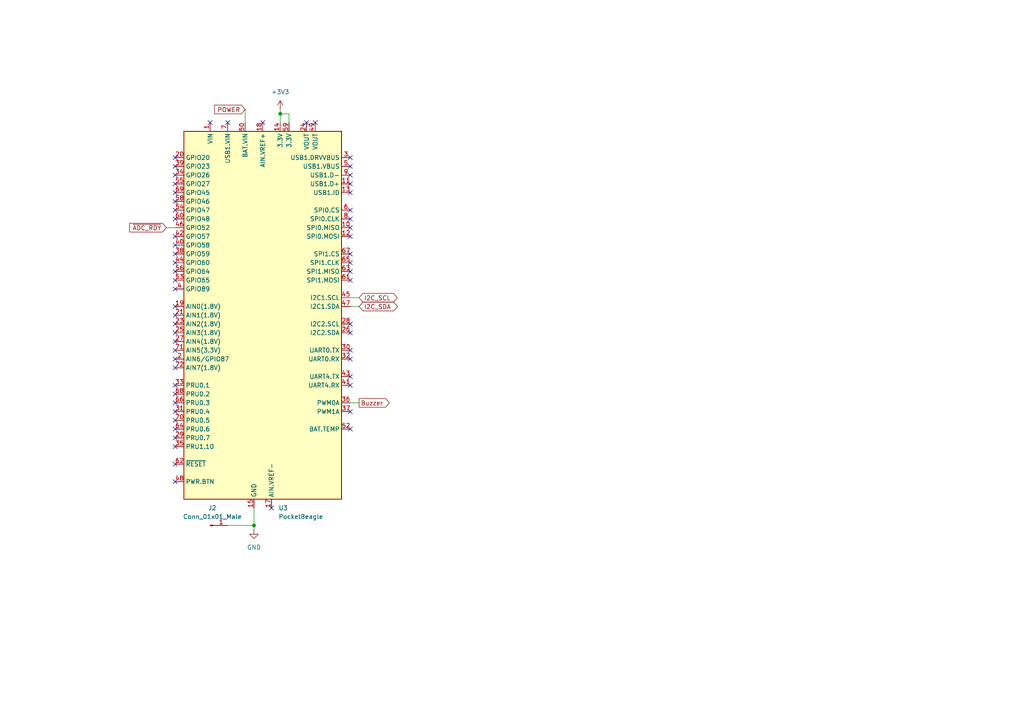
<source format=kicad_sch>
(kicad_sch (version 20211123) (generator eeschema)
  (paper "A4")
  (title_block (title "PocketBeagle Pinout") (rev "3") (company "PSU Capstone Team 23"))
  (lib_symbols
    (symbol "Connector:Conn_01x01_Male" (pin_names (offset 1.016) hide)
      (property "Reference" "J" (at 0 2.54 0))
      (property "Value" "Conn_01x01_Male" (at 0 -2.54 0))
      (symbol "Conn_01x01_Male_1_1"
        (polyline (pts (xy 1.27 0) (xy 0.8636 0)) (stroke (width 0.1524)))
        (rectangle (start 0.8636 0.127) (end 0 -0.127) (stroke (width 0.1524)) (fill (type outline)))
        (pin passive line (at 5.08 0 180) (length 3.81) (name "Pin_1") (number "1"))
      )
    )
    (symbol "MCU_Module:PocketBeagle"
      (property "Reference" "U" (at -22.86 -54.61 0))
      (property "Value" "PocketBeagle" (at 22.86 -54.61 0))
      (symbol "PocketBeagle_0_1"
        (rectangle (start -22.86 53.34) (end 22.86 -53.34) (stroke (width 0.254)) (fill (type background)))
      )
      (symbol "PocketBeagle_1_1"
        (pin power_in line (at -15.24 55.88 270) (length 2.54) (name "VIN") (number "1"))
        (pin bidirectional line (at 25.4 25.4 180) (length 2.54) (name "SPI0.MISO") (number "10"))
        (pin bidirectional line (at 25.4 38.1 180) (length 2.54) (name "USB1.D+") (number "11"))
        (pin bidirectional line (at 25.4 22.86 180) (length 2.54) (name "SPI0.MOSI") (number "12"))
        (pin input line (at 25.4 35.56 180) (length 2.54) (name "USB1.ID") (number "13"))
        (pin power_out line (at 5.08 55.88 270) (length 2.54) (name "3.3V") (number "14"))
        (pin power_in line (at -2.54 -55.88 90) (length 2.54) (name "GND") (number "15"))
        (pin passive line (at -2.54 -55.88 90) (length 2.54) hide (name "GND") (number "16"))
        (pin power_in line (at 2.54 -55.88 90) (length 2.54) (name "AIN.VREF-") (number "17"))
        (pin power_in line (at 0 55.88 270) (length 2.54) (name "AIN.VREF+") (number "18"))
        (pin input line (at -25.4 2.54 0) (length 2.54) (name "AIN0(1.8V)") (number "19"))
        (pin bidirectional line (at -25.4 -12.7 0) (length 2.54) (name "AIN6/GPIO87") (number "2"))
        (pin bidirectional line (at -25.4 45.72 0) (length 2.54) (name "GPIO20") (number "20"))
        (pin input line (at -25.4 0 0) (length 2.54) (name "AIN1(1.8V)") (number "21"))
        (pin passive line (at -2.54 -55.88 90) (length 2.54) hide (name "GND") (number "22"))
        (pin input line (at -25.4 -2.54 0) (length 2.54) (name "AIN2(1.8V)") (number "23"))
        (pin power_out line (at 12.7 55.88 270) (length 2.54) (name "VOUT") (number "24"))
        (pin input line (at -25.4 -5.08 0) (length 2.54) (name "AIN3(1.8V)") (number "25"))
        (pin bidirectional line (at 25.4 -5.08 180) (length 2.54) (name "I2C2.SDA") (number "26"))
        (pin input line (at -25.4 -7.62 0) (length 2.54) (name "AIN4(1.8V)") (number "27"))
        (pin bidirectional line (at 25.4 -2.54 180) (length 2.54) (name "I2C2.SCL") (number "28"))
        (pin bidirectional line (at -25.4 -35.56 0) (length 2.54) (name "PRU0.7") (number "29"))
        (pin output line (at 25.4 45.72 180) (length 2.54) (name "USB1.DRVVBUS") (number "3"))
        (pin bidirectional line (at 25.4 -10.16 180) (length 2.54) (name "UART0.TX") (number "30"))
        (pin bidirectional line (at -25.4 -27.94 0) (length 2.54) (name "PRU0.4") (number "31"))
        (pin bidirectional line (at 25.4 -12.7 180) (length 2.54) (name "UART0.RX") (number "32"))
        (pin bidirectional line (at -25.4 -20.32 0) (length 2.54) (name "PRU0.1") (number "33"))
        (pin bidirectional line (at -25.4 40.64 0) (length 2.54) (name "GPIO26") (number "34"))
        (pin bidirectional line (at -25.4 -38.1 0) (length 2.54) (name "PRU1.10") (number "35"))
        (pin bidirectional line (at 25.4 -25.4 180) (length 2.54) (name "PWM0A") (number "36"))
        (pin bidirectional line (at 25.4 -27.94 180) (length 2.54) (name "PWM1A") (number "37"))
        (pin bidirectional line (at -25.4 17.78 0) (length 2.54) (name "GPIO59") (number "38"))
        (pin bidirectional line (at -25.4 43.18 0) (length 2.54) (name "GPIO23") (number "39"))
        (pin bidirectional line (at -25.4 7.62 0) (length 2.54) (name "GPIO89") (number "4"))
        (pin bidirectional line (at -25.4 20.32 0) (length 2.54) (name "GPIO58") (number "40"))
        (pin bidirectional line (at 25.4 -20.32 180) (length 2.54) (name "UART4.RX") (number "41"))
        (pin bidirectional line (at -25.4 22.86 0) (length 2.54) (name "GPIO57") (number "42"))
        (pin bidirectional line (at 25.4 -17.78 180) (length 2.54) (name "UART4.TX") (number "43"))
        (pin bidirectional line (at -25.4 15.24 0) (length 2.54) (name "GPIO60") (number "44"))
        (pin bidirectional line (at 25.4 5.08 180) (length 2.54) (name "I2C1.SCL") (number "45"))
        (pin bidirectional line (at -25.4 25.4 0) (length 2.54) (name "GPIO52") (number "46"))
        (pin bidirectional line (at 25.4 2.54 180) (length 2.54) (name "I2C1.SDA") (number "47"))
        (pin input line (at -25.4 -48.26 0) (length 2.54) (name "PWR.BTN") (number "48"))
        (pin power_out line (at 15.24 55.88 270) (length 2.54) (name "VOUT") (number "49"))
        (pin input line (at 25.4 43.18 180) (length 2.54) (name "USB1.VBUS") (number "5"))
        (pin power_in line (at -5.08 55.88 270) (length 2.54) (name "BAT.VIN") (number "50"))
        (pin passive line (at -2.54 -55.88 90) (length 2.54) hide (name "GND") (number "51"))
        (pin passive line (at 25.4 -33.02 180) (length 2.54) (name "BAT.TEMP") (number "52"))
        (pin bidirectional line (at -25.4 10.16 0) (length 2.54) (name "GPIO65") (number "53"))
        (pin bidirectional line (at -25.4 30.48 0) (length 2.54) (name "GPIO47") (number "54"))
        (pin bidirectional line (at -25.4 38.1 0) (length 2.54) (name "GPIO27") (number "55"))
        (pin bidirectional line (at -25.4 12.7 0) (length 2.54) (name "GPIO64") (number "56"))
        (pin passive line (at -2.54 -55.88 90) (length 2.54) hide (name "GND") (number "57"))
        (pin bidirectional line (at -25.4 33.02 0) (length 2.54) (name "GPIO46") (number "58"))
        (pin power_out line (at 7.62 55.88 270) (length 2.54) (name "3.3V") (number "59"))
        (pin bidirectional line (at 25.4 30.48 180) (length 2.54) (name "SPI0.CS") (number "6"))
        (pin bidirectional line (at -25.4 27.94 0) (length 2.54) (name "GPIO48") (number "60"))
        (pin bidirectional line (at 25.4 10.16 180) (length 2.54) (name "SPI1.MOSI") (number "61"))
        (pin input line (at -25.4 -43.18 0) (length 2.54) (name "~{RESET}") (number "62"))
        (pin bidirectional line (at 25.4 12.7 180) (length 2.54) (name "SPI1.MISO") (number "63"))
        (pin bidirectional line (at -25.4 -33.02 0) (length 2.54) (name "PRU0.6") (number "64"))
        (pin bidirectional line (at 25.4 15.24 180) (length 2.54) (name "SPI1.CLK") (number "65"))
        (pin bidirectional line (at -25.4 -25.4 0) (length 2.54) (name "PRU0.3") (number "66"))
        (pin bidirectional line (at 25.4 17.78 180) (length 2.54) (name "SPI1.CS") (number "67"))
        (pin bidirectional line (at -25.4 -22.86 0) (length 2.54) (name "PRU0.2") (number "68"))
        (pin bidirectional line (at -25.4 35.56 0) (length 2.54) (name "GPIO45") (number "69"))
        (pin power_in line (at -10.16 55.88 270) (length 2.54) (name "USB1.VIN") (number "7"))
        (pin bidirectional line (at -25.4 -30.48 0) (length 2.54) (name "PRU0.5") (number "70"))
        (pin input line (at -25.4 -10.16 0) (length 2.54) (name "AIN5(3.3V)") (number "71"))
        (pin input line (at -25.4 -15.24 0) (length 2.54) (name "AIN7(1.8V)") (number "72"))
        (pin bidirectional line (at 25.4 27.94 180) (length 2.54) (name "SPI0.CLK") (number "8"))
        (pin bidirectional line (at 25.4 40.64 180) (length 2.54) (name "USB1.D-") (number "9"))
      )
    )
    (symbol "power:+3V3" (power) (pin_names (offset 0))
      (property "Value" "+3V3" (at 0 3.556 0))
      (symbol "+3V3_0_1"
        (polyline (pts (xy -0.762 1.27) (xy 0 2.54)))
        (polyline (pts (xy 0 0) (xy 0 2.54)))
        (polyline (pts (xy 0 2.54) (xy 0.762 1.27)))
      )
      (symbol "+3V3_1_1"
        (pin power_in line (at 0 0 90) (length 0) hide (name "+3V3") (number "1"))
      )
    )
    (symbol "power:GND" (power) (pin_names (offset 0))
      (property "Value" "GND" (at 0 -3.81 0))
      (symbol "GND_0_1"
        (polyline (pts (xy 0 0) (xy 0 -1.27) (xy 1.27 -1.27) (xy 0 -2.54) (xy -1.27 -1.27) (xy 0 -1.27)))
      )
      (symbol "GND_1_1"
        (pin power_in line (at 0 0 270) (length 0) hide (name "GND") (number "1"))
      )
    )
  )
  (junction (at 81.28 33.02))
  (junction (at 73.66 152.4))
  (no_connect (at 50.8 71.12))
  (no_connect (at 50.8 104.14))
  (no_connect (at 101.6 50.8))
  (no_connect (at 101.6 81.28))
  (no_connect (at 76.2 35.56))
  (no_connect (at 50.8 73.66))
  (no_connect (at 101.6 76.2))
  (no_connect (at 78.74 147.32))
  (no_connect (at 50.8 129.54))
  (no_connect (at 91.44 35.56))
  (no_connect (at 50.8 58.42))
  (no_connect (at 101.6 104.14))
  (no_connect (at 50.8 63.5))
  (no_connect (at 50.8 45.72))
  (no_connect (at 66.04 35.56))
  (no_connect (at 101.6 63.5))
  (no_connect (at 50.8 53.34))
  (no_connect (at 50.8 68.58))
  (no_connect (at 50.8 60.96))
  (no_connect (at 101.6 48.26))
  (no_connect (at 50.8 134.62))
  (no_connect (at 101.6 93.98))
  (no_connect (at 50.8 76.2))
  (no_connect (at 50.8 78.74))
  (no_connect (at 50.8 55.88))
  (no_connect (at 101.6 109.22))
  (no_connect (at 50.8 96.52))
  (no_connect (at 50.8 50.8))
  (no_connect (at 50.8 119.38))
  (no_connect (at 101.6 68.58))
  (no_connect (at 50.8 81.28))
  (no_connect (at 101.6 73.66))
  (no_connect (at 50.8 101.6))
  (no_connect (at 101.6 96.52))
  (no_connect (at 50.8 83.82))
  (no_connect (at 50.8 121.92))
  (no_connect (at 101.6 101.6))
  (no_connect (at 101.6 66.04))
  (no_connect (at 60.96 35.56))
  (no_connect (at 50.8 116.84))
  (no_connect (at 101.6 111.76))
  (no_connect (at 101.6 119.38))
  (no_connect (at 50.8 88.9))
  (no_connect (at 50.8 111.76))
  (no_connect (at 50.8 48.26))
  (no_connect (at 101.6 78.74))
  (no_connect (at 101.6 124.46))
  (no_connect (at 50.8 139.7))
  (no_connect (at 50.8 93.98))
  (no_connect (at 101.6 55.88))
  (no_connect (at 50.8 106.68))
  (no_connect (at 50.8 91.44))
  (no_connect (at 50.8 127))
  (no_connect (at 50.8 99.06))
  (no_connect (at 101.6 45.72))
  (no_connect (at 101.6 53.34))
  (no_connect (at 88.9 35.56))
  (no_connect (at 101.6 60.96))
  (no_connect (at 50.8 124.46))
  (no_connect (at 50.8 114.3))
  (wire (pts (xy 81.28 31.75) (xy 81.28 33.02)))
  (wire (pts (xy 104.14 86.36) (xy 101.6 86.36)))
  (wire (pts (xy 66.04 152.4) (xy 73.66 152.4)))
  (wire (pts (xy 71.12 31.75) (xy 71.12 35.56)))
  (wire (pts (xy 73.66 152.4) (xy 73.66 147.32)))
  (wire (pts (xy 101.6 116.84) (xy 104.14 116.84)))
  (wire (pts (xy 81.28 33.02) (xy 81.28 35.56)))
  (wire (pts (xy 48.26 66.04) (xy 50.8 66.04)))
  (wire (pts (xy 73.66 153.67) (xy 73.66 152.4)))
  (wire (pts (xy 83.82 33.02) (xy 81.28 33.02)))
  (wire (pts (xy 83.82 35.56) (xy 83.82 33.02)))
  (wire (pts (xy 104.14 88.9) (xy 101.6 88.9)))
  (global_label "I2C_SCL" (shape bidirectional) (at 104.14 86.36 0) (property "Intersheet References" "${INTERSHEET_REFS}" (effects hide)))
  (global_label "Buzzer" (shape output) (at 104.14 116.84 0) (property "Intersheet References" "${INTERSHEET_REFS}" (effects hide)))
  (global_label "I2C_SDA" (shape bidirectional) (at 104.14 88.9 0) (property "Intersheet References" "${INTERSHEET_REFS}" (effects hide)))
  (global_label "~{ADC_RDY}" (shape input) (at 48.26 66.04 180) (property "Intersheet References" "${INTERSHEET_REFS}" (effects hide)))
  (global_label "POWER" (shape input) (at 71.12 31.75 180) (property "Intersheet References" "${INTERSHEET_REFS}" (effects hide)))
  (symbol (lib_id "MCU_Module:PocketBeagle") (at 76.2 91.44 0) (unit 1)
    (property "Reference" "U3" (at 80.7594 147.32 0) (effects (justify left)))
    (property "Value" "PocketBeagle" (at 80.7594 149.86 0) (effects (justify left)))
    (property "Footprint" "Module:BeagleBoard_PocketBeagle" (effects hide))
    (property "Datasheet" "https://github.com/beagleboard/pocketbeagle/wiki/System-Reference-Manual" (effects hide))
  )
  (symbol (lib_id "Connector:Conn_01x01_Male") (at 60.96 152.4 0) (unit 1)
    (property "Reference" "J2" (at 61.595 147.32 0))
    (property "Value" "Conn_01x01_Male" (at 61.595 149.86 0))
    (property "Footprint" "Connector_PinHeader_2.54mm:PinHeader_1x01_P2.54mm_Vertical" (effects hide))
  )
  (symbol (lib_id "power:+3V3") (at 81.28 31.75 0) (mirror y) (unit 1)
    (property "Reference" "#PWR08" (effects hide))
    (property "Value" "+3V3" (at 81.28 26.67 0))
  )
  (symbol (lib_id "power:GND") (at 73.66 153.67 0) (unit 1)
    (property "Reference" "#PWR07" (effects hide))
    (property "Value" "GND" (at 73.66 158.75 0))
  )
)
</source>
